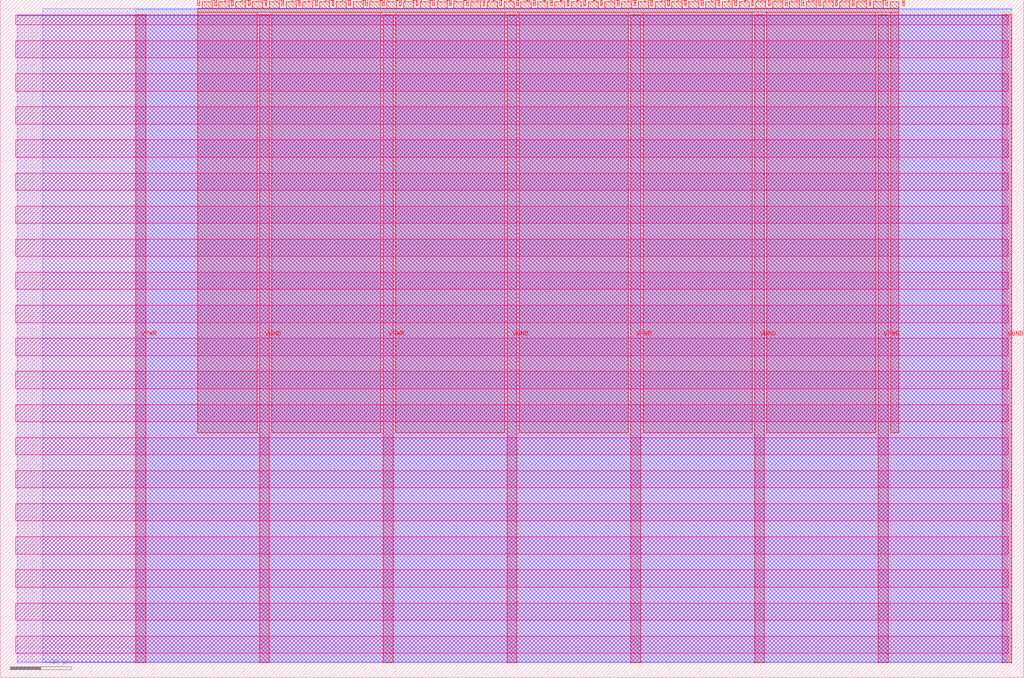
<source format=lef>
VERSION 5.7 ;
  NOWIREEXTENSIONATPIN ON ;
  DIVIDERCHAR "/" ;
  BUSBITCHARS "[]" ;
MACRO tt_um_vga_clock_dup2
  CLASS BLOCK ;
  FOREIGN tt_um_vga_clock_dup2 ;
  ORIGIN 0.000 0.000 ;
  SIZE 168.360 BY 111.520 ;
  PIN VGND
    DIRECTION INOUT ;
    USE GROUND ;
    PORT
      LAYER met4 ;
        RECT 42.670 2.480 44.270 109.040 ;
    END
    PORT
      LAYER met4 ;
        RECT 83.380 2.480 84.980 109.040 ;
    END
    PORT
      LAYER met4 ;
        RECT 124.090 2.480 125.690 109.040 ;
    END
    PORT
      LAYER met4 ;
        RECT 164.800 2.480 166.400 109.040 ;
    END
  END VGND
  PIN VPWR
    DIRECTION INOUT ;
    USE POWER ;
    PORT
      LAYER met4 ;
        RECT 22.315 2.480 23.915 109.040 ;
    END
    PORT
      LAYER met4 ;
        RECT 63.025 2.480 64.625 109.040 ;
    END
    PORT
      LAYER met4 ;
        RECT 103.735 2.480 105.335 109.040 ;
    END
    PORT
      LAYER met4 ;
        RECT 144.445 2.480 146.045 109.040 ;
    END
  END VPWR
  PIN clk
    DIRECTION INPUT ;
    USE SIGNAL ;
    ANTENNAGATEAREA 0.852000 ;
    PORT
      LAYER met4 ;
        RECT 145.670 110.520 145.970 111.520 ;
    END
  END clk
  PIN ena
    DIRECTION INPUT ;
    USE SIGNAL ;
    PORT
      LAYER met4 ;
        RECT 148.430 110.520 148.730 111.520 ;
    END
  END ena
  PIN rst_n
    DIRECTION INPUT ;
    USE SIGNAL ;
    ANTENNAGATEAREA 0.213000 ;
    PORT
      LAYER met4 ;
        RECT 142.910 110.520 143.210 111.520 ;
    END
  END rst_n
  PIN ui_in[0]
    DIRECTION INPUT ;
    USE SIGNAL ;
    ANTENNAGATEAREA 0.213000 ;
    PORT
      LAYER met4 ;
        RECT 140.150 110.520 140.450 111.520 ;
    END
  END ui_in[0]
  PIN ui_in[1]
    DIRECTION INPUT ;
    USE SIGNAL ;
    ANTENNAGATEAREA 0.159000 ;
    PORT
      LAYER met4 ;
        RECT 137.390 110.520 137.690 111.520 ;
    END
  END ui_in[1]
  PIN ui_in[2]
    DIRECTION INPUT ;
    USE SIGNAL ;
    ANTENNAGATEAREA 0.213000 ;
    PORT
      LAYER met4 ;
        RECT 134.630 110.520 134.930 111.520 ;
    END
  END ui_in[2]
  PIN ui_in[3]
    DIRECTION INPUT ;
    USE SIGNAL ;
    PORT
      LAYER met4 ;
        RECT 131.870 110.520 132.170 111.520 ;
    END
  END ui_in[3]
  PIN ui_in[4]
    DIRECTION INPUT ;
    USE SIGNAL ;
    PORT
      LAYER met4 ;
        RECT 129.110 110.520 129.410 111.520 ;
    END
  END ui_in[4]
  PIN ui_in[5]
    DIRECTION INPUT ;
    USE SIGNAL ;
    PORT
      LAYER met4 ;
        RECT 126.350 110.520 126.650 111.520 ;
    END
  END ui_in[5]
  PIN ui_in[6]
    DIRECTION INPUT ;
    USE SIGNAL ;
    PORT
      LAYER met4 ;
        RECT 123.590 110.520 123.890 111.520 ;
    END
  END ui_in[6]
  PIN ui_in[7]
    DIRECTION INPUT ;
    USE SIGNAL ;
    PORT
      LAYER met4 ;
        RECT 120.830 110.520 121.130 111.520 ;
    END
  END ui_in[7]
  PIN uio_in[0]
    DIRECTION INPUT ;
    USE SIGNAL ;
    PORT
      LAYER met4 ;
        RECT 118.070 110.520 118.370 111.520 ;
    END
  END uio_in[0]
  PIN uio_in[1]
    DIRECTION INPUT ;
    USE SIGNAL ;
    PORT
      LAYER met4 ;
        RECT 115.310 110.520 115.610 111.520 ;
    END
  END uio_in[1]
  PIN uio_in[2]
    DIRECTION INPUT ;
    USE SIGNAL ;
    PORT
      LAYER met4 ;
        RECT 112.550 110.520 112.850 111.520 ;
    END
  END uio_in[2]
  PIN uio_in[3]
    DIRECTION INPUT ;
    USE SIGNAL ;
    PORT
      LAYER met4 ;
        RECT 109.790 110.520 110.090 111.520 ;
    END
  END uio_in[3]
  PIN uio_in[4]
    DIRECTION INPUT ;
    USE SIGNAL ;
    PORT
      LAYER met4 ;
        RECT 107.030 110.520 107.330 111.520 ;
    END
  END uio_in[4]
  PIN uio_in[5]
    DIRECTION INPUT ;
    USE SIGNAL ;
    PORT
      LAYER met4 ;
        RECT 104.270 110.520 104.570 111.520 ;
    END
  END uio_in[5]
  PIN uio_in[6]
    DIRECTION INPUT ;
    USE SIGNAL ;
    PORT
      LAYER met4 ;
        RECT 101.510 110.520 101.810 111.520 ;
    END
  END uio_in[6]
  PIN uio_in[7]
    DIRECTION INPUT ;
    USE SIGNAL ;
    PORT
      LAYER met4 ;
        RECT 98.750 110.520 99.050 111.520 ;
    END
  END uio_in[7]
  PIN uio_oe[0]
    DIRECTION OUTPUT TRISTATE ;
    USE SIGNAL ;
    PORT
      LAYER met4 ;
        RECT 51.830 110.520 52.130 111.520 ;
    END
  END uio_oe[0]
  PIN uio_oe[1]
    DIRECTION OUTPUT TRISTATE ;
    USE SIGNAL ;
    PORT
      LAYER met4 ;
        RECT 49.070 110.520 49.370 111.520 ;
    END
  END uio_oe[1]
  PIN uio_oe[2]
    DIRECTION OUTPUT TRISTATE ;
    USE SIGNAL ;
    PORT
      LAYER met4 ;
        RECT 46.310 110.520 46.610 111.520 ;
    END
  END uio_oe[2]
  PIN uio_oe[3]
    DIRECTION OUTPUT TRISTATE ;
    USE SIGNAL ;
    PORT
      LAYER met4 ;
        RECT 43.550 110.520 43.850 111.520 ;
    END
  END uio_oe[3]
  PIN uio_oe[4]
    DIRECTION OUTPUT TRISTATE ;
    USE SIGNAL ;
    PORT
      LAYER met4 ;
        RECT 40.790 110.520 41.090 111.520 ;
    END
  END uio_oe[4]
  PIN uio_oe[5]
    DIRECTION OUTPUT TRISTATE ;
    USE SIGNAL ;
    PORT
      LAYER met4 ;
        RECT 38.030 110.520 38.330 111.520 ;
    END
  END uio_oe[5]
  PIN uio_oe[6]
    DIRECTION OUTPUT TRISTATE ;
    USE SIGNAL ;
    PORT
      LAYER met4 ;
        RECT 35.270 110.520 35.570 111.520 ;
    END
  END uio_oe[6]
  PIN uio_oe[7]
    DIRECTION OUTPUT TRISTATE ;
    USE SIGNAL ;
    PORT
      LAYER met4 ;
        RECT 32.510 110.520 32.810 111.520 ;
    END
  END uio_oe[7]
  PIN uio_out[0]
    DIRECTION OUTPUT TRISTATE ;
    USE SIGNAL ;
    PORT
      LAYER met4 ;
        RECT 73.910 110.520 74.210 111.520 ;
    END
  END uio_out[0]
  PIN uio_out[1]
    DIRECTION OUTPUT TRISTATE ;
    USE SIGNAL ;
    PORT
      LAYER met4 ;
        RECT 71.150 110.520 71.450 111.520 ;
    END
  END uio_out[1]
  PIN uio_out[2]
    DIRECTION OUTPUT TRISTATE ;
    USE SIGNAL ;
    PORT
      LAYER met4 ;
        RECT 68.390 110.520 68.690 111.520 ;
    END
  END uio_out[2]
  PIN uio_out[3]
    DIRECTION OUTPUT TRISTATE ;
    USE SIGNAL ;
    PORT
      LAYER met4 ;
        RECT 65.630 110.520 65.930 111.520 ;
    END
  END uio_out[3]
  PIN uio_out[4]
    DIRECTION OUTPUT TRISTATE ;
    USE SIGNAL ;
    PORT
      LAYER met4 ;
        RECT 62.870 110.520 63.170 111.520 ;
    END
  END uio_out[4]
  PIN uio_out[5]
    DIRECTION OUTPUT TRISTATE ;
    USE SIGNAL ;
    PORT
      LAYER met4 ;
        RECT 60.110 110.520 60.410 111.520 ;
    END
  END uio_out[5]
  PIN uio_out[6]
    DIRECTION OUTPUT TRISTATE ;
    USE SIGNAL ;
    PORT
      LAYER met4 ;
        RECT 57.350 110.520 57.650 111.520 ;
    END
  END uio_out[6]
  PIN uio_out[7]
    DIRECTION OUTPUT TRISTATE ;
    USE SIGNAL ;
    PORT
      LAYER met4 ;
        RECT 54.590 110.520 54.890 111.520 ;
    END
  END uio_out[7]
  PIN uo_out[0]
    DIRECTION OUTPUT TRISTATE ;
    USE SIGNAL ;
    ANTENNADIFFAREA 0.795200 ;
    PORT
      LAYER met4 ;
        RECT 95.990 110.520 96.290 111.520 ;
    END
  END uo_out[0]
  PIN uo_out[1]
    DIRECTION OUTPUT TRISTATE ;
    USE SIGNAL ;
    ANTENNADIFFAREA 0.795200 ;
    PORT
      LAYER met4 ;
        RECT 93.230 110.520 93.530 111.520 ;
    END
  END uo_out[1]
  PIN uo_out[2]
    DIRECTION OUTPUT TRISTATE ;
    USE SIGNAL ;
    ANTENNADIFFAREA 0.445500 ;
    PORT
      LAYER met4 ;
        RECT 90.470 110.520 90.770 111.520 ;
    END
  END uo_out[2]
  PIN uo_out[3]
    DIRECTION OUTPUT TRISTATE ;
    USE SIGNAL ;
    ANTENNADIFFAREA 0.795200 ;
    PORT
      LAYER met4 ;
        RECT 87.710 110.520 88.010 111.520 ;
    END
  END uo_out[3]
  PIN uo_out[4]
    DIRECTION OUTPUT TRISTATE ;
    USE SIGNAL ;
    ANTENNADIFFAREA 0.445500 ;
    PORT
      LAYER met4 ;
        RECT 84.950 110.520 85.250 111.520 ;
    END
  END uo_out[4]
  PIN uo_out[5]
    DIRECTION OUTPUT TRISTATE ;
    USE SIGNAL ;
    ANTENNADIFFAREA 0.445500 ;
    PORT
      LAYER met4 ;
        RECT 82.190 110.520 82.490 111.520 ;
    END
  END uo_out[5]
  PIN uo_out[6]
    DIRECTION OUTPUT TRISTATE ;
    USE SIGNAL ;
    ANTENNADIFFAREA 0.795200 ;
    PORT
      LAYER met4 ;
        RECT 79.430 110.520 79.730 111.520 ;
    END
  END uo_out[6]
  PIN uo_out[7]
    DIRECTION OUTPUT TRISTATE ;
    USE SIGNAL ;
    ANTENNADIFFAREA 0.795200 ;
    PORT
      LAYER met4 ;
        RECT 76.670 110.520 76.970 111.520 ;
    END
  END uo_out[7]
  OBS
      LAYER nwell ;
        RECT 2.570 107.385 165.790 108.990 ;
        RECT 2.570 101.945 165.790 104.775 ;
        RECT 2.570 96.505 165.790 99.335 ;
        RECT 2.570 91.065 165.790 93.895 ;
        RECT 2.570 85.625 165.790 88.455 ;
        RECT 2.570 80.185 165.790 83.015 ;
        RECT 2.570 74.745 165.790 77.575 ;
        RECT 2.570 69.305 165.790 72.135 ;
        RECT 2.570 63.865 165.790 66.695 ;
        RECT 2.570 58.425 165.790 61.255 ;
        RECT 2.570 52.985 165.790 55.815 ;
        RECT 2.570 47.545 165.790 50.375 ;
        RECT 2.570 42.105 165.790 44.935 ;
        RECT 2.570 36.665 165.790 39.495 ;
        RECT 2.570 31.225 165.790 34.055 ;
        RECT 2.570 25.785 165.790 28.615 ;
        RECT 2.570 20.345 165.790 23.175 ;
        RECT 2.570 14.905 165.790 17.735 ;
        RECT 2.570 9.465 165.790 12.295 ;
        RECT 2.570 4.025 165.790 6.855 ;
      LAYER li1 ;
        RECT 2.760 2.635 165.600 108.885 ;
      LAYER met1 ;
        RECT 2.760 2.480 166.400 109.040 ;
      LAYER met2 ;
        RECT 7.000 2.535 166.370 110.005 ;
      LAYER met3 ;
        RECT 22.325 2.555 166.390 109.985 ;
      LAYER met4 ;
        RECT 33.210 110.120 34.870 111.170 ;
        RECT 35.970 110.120 37.630 111.170 ;
        RECT 38.730 110.120 40.390 111.170 ;
        RECT 41.490 110.120 43.150 111.170 ;
        RECT 44.250 110.120 45.910 111.170 ;
        RECT 47.010 110.120 48.670 111.170 ;
        RECT 49.770 110.120 51.430 111.170 ;
        RECT 52.530 110.120 54.190 111.170 ;
        RECT 55.290 110.120 56.950 111.170 ;
        RECT 58.050 110.120 59.710 111.170 ;
        RECT 60.810 110.120 62.470 111.170 ;
        RECT 63.570 110.120 65.230 111.170 ;
        RECT 66.330 110.120 67.990 111.170 ;
        RECT 69.090 110.120 70.750 111.170 ;
        RECT 71.850 110.120 73.510 111.170 ;
        RECT 74.610 110.120 76.270 111.170 ;
        RECT 77.370 110.120 79.030 111.170 ;
        RECT 80.130 110.120 81.790 111.170 ;
        RECT 82.890 110.120 84.550 111.170 ;
        RECT 85.650 110.120 87.310 111.170 ;
        RECT 88.410 110.120 90.070 111.170 ;
        RECT 91.170 110.120 92.830 111.170 ;
        RECT 93.930 110.120 95.590 111.170 ;
        RECT 96.690 110.120 98.350 111.170 ;
        RECT 99.450 110.120 101.110 111.170 ;
        RECT 102.210 110.120 103.870 111.170 ;
        RECT 104.970 110.120 106.630 111.170 ;
        RECT 107.730 110.120 109.390 111.170 ;
        RECT 110.490 110.120 112.150 111.170 ;
        RECT 113.250 110.120 114.910 111.170 ;
        RECT 116.010 110.120 117.670 111.170 ;
        RECT 118.770 110.120 120.430 111.170 ;
        RECT 121.530 110.120 123.190 111.170 ;
        RECT 124.290 110.120 125.950 111.170 ;
        RECT 127.050 110.120 128.710 111.170 ;
        RECT 129.810 110.120 131.470 111.170 ;
        RECT 132.570 110.120 134.230 111.170 ;
        RECT 135.330 110.120 136.990 111.170 ;
        RECT 138.090 110.120 139.750 111.170 ;
        RECT 140.850 110.120 142.510 111.170 ;
        RECT 143.610 110.120 145.270 111.170 ;
        RECT 146.370 110.120 147.825 111.170 ;
        RECT 32.495 109.440 147.825 110.120 ;
        RECT 32.495 40.295 42.270 109.440 ;
        RECT 44.670 40.295 62.625 109.440 ;
        RECT 65.025 40.295 82.980 109.440 ;
        RECT 85.380 40.295 103.335 109.440 ;
        RECT 105.735 40.295 123.690 109.440 ;
        RECT 126.090 40.295 144.045 109.440 ;
        RECT 146.445 40.295 147.825 109.440 ;
  END
END tt_um_vga_clock_dup2
END LIBRARY


</source>
